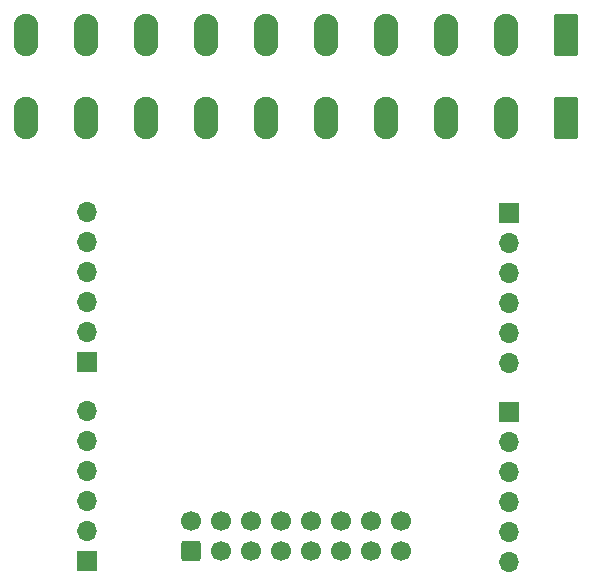
<source format=gbr>
%TF.GenerationSoftware,KiCad,Pcbnew,6.0.11+dfsg-1~bpo11+1*%
%TF.CreationDate,2023-07-05T16:37:14+02:00*%
%TF.ProjectId,aout4rib21,616f7574-3472-4696-9232-312e6b696361,1.1*%
%TF.SameCoordinates,Original*%
%TF.FileFunction,Soldermask,Bot*%
%TF.FilePolarity,Negative*%
%FSLAX46Y46*%
G04 Gerber Fmt 4.6, Leading zero omitted, Abs format (unit mm)*
G04 Created by KiCad (PCBNEW 6.0.11+dfsg-1~bpo11+1) date 2023-07-05 16:37:14*
%MOMM*%
%LPD*%
G01*
G04 APERTURE LIST*
G04 Aperture macros list*
%AMRoundRect*
0 Rectangle with rounded corners*
0 $1 Rounding radius*
0 $2 $3 $4 $5 $6 $7 $8 $9 X,Y pos of 4 corners*
0 Add a 4 corners polygon primitive as box body*
4,1,4,$2,$3,$4,$5,$6,$7,$8,$9,$2,$3,0*
0 Add four circle primitives for the rounded corners*
1,1,$1+$1,$2,$3*
1,1,$1+$1,$4,$5*
1,1,$1+$1,$6,$7*
1,1,$1+$1,$8,$9*
0 Add four rect primitives between the rounded corners*
20,1,$1+$1,$2,$3,$4,$5,0*
20,1,$1+$1,$4,$5,$6,$7,0*
20,1,$1+$1,$6,$7,$8,$9,0*
20,1,$1+$1,$8,$9,$2,$3,0*%
G04 Aperture macros list end*
%ADD10RoundRect,0.249999X0.790001X1.550001X-0.790001X1.550001X-0.790001X-1.550001X0.790001X-1.550001X0*%
%ADD11O,2.080000X3.600000*%
%ADD12R,1.700000X1.700000*%
%ADD13O,1.700000X1.700000*%
%ADD14RoundRect,0.250000X0.600000X-0.600000X0.600000X0.600000X-0.600000X0.600000X-0.600000X-0.600000X0*%
%ADD15C,1.700000*%
G04 APERTURE END LIST*
D10*
%TO.C,J3*%
X168360000Y-80277500D03*
D11*
X163280000Y-80277500D03*
X158200000Y-80277500D03*
X153120000Y-80277500D03*
X148040000Y-80277500D03*
X142960000Y-80277500D03*
X137880000Y-80277500D03*
X132800000Y-80277500D03*
X127720000Y-80277500D03*
X122640000Y-80277500D03*
%TD*%
D12*
%TO.C,J6*%
X127775000Y-117825000D03*
D13*
X127775000Y-115285000D03*
X127775000Y-112745000D03*
X127775000Y-110205000D03*
X127775000Y-107665000D03*
X127775000Y-105125000D03*
%TD*%
D10*
%TO.C,J2*%
X168360000Y-73277500D03*
D11*
X163280000Y-73277500D03*
X158200000Y-73277500D03*
X153120000Y-73277500D03*
X148040000Y-73277500D03*
X142960000Y-73277500D03*
X137880000Y-73277500D03*
X132800000Y-73277500D03*
X127720000Y-73277500D03*
X122640000Y-73277500D03*
%TD*%
D12*
%TO.C,J5*%
X163500000Y-88340000D03*
D13*
X163500000Y-90880000D03*
X163500000Y-93420000D03*
X163500000Y-95960000D03*
X163500000Y-98500000D03*
X163500000Y-101040000D03*
%TD*%
D12*
%TO.C,J7*%
X163525000Y-105200000D03*
D13*
X163525000Y-107740000D03*
X163525000Y-110280000D03*
X163525000Y-112820000D03*
X163525000Y-115360000D03*
X163525000Y-117900000D03*
%TD*%
D12*
%TO.C,J4*%
X127775000Y-100925000D03*
D13*
X127775000Y-98385000D03*
X127775000Y-95845000D03*
X127775000Y-93305000D03*
X127775000Y-90765000D03*
X127775000Y-88225000D03*
%TD*%
D14*
%TO.C,J1*%
X136610000Y-116992500D03*
D15*
X136610000Y-114452500D03*
X139150000Y-116992500D03*
X139150000Y-114452500D03*
X141690000Y-116992500D03*
X141690000Y-114452500D03*
X144230000Y-116992500D03*
X144230000Y-114452500D03*
X146770000Y-116992500D03*
X146770000Y-114452500D03*
X149310000Y-116992500D03*
X149310000Y-114452500D03*
X151850000Y-116992500D03*
X151850000Y-114452500D03*
X154390000Y-116992500D03*
X154390000Y-114452500D03*
%TD*%
M02*

</source>
